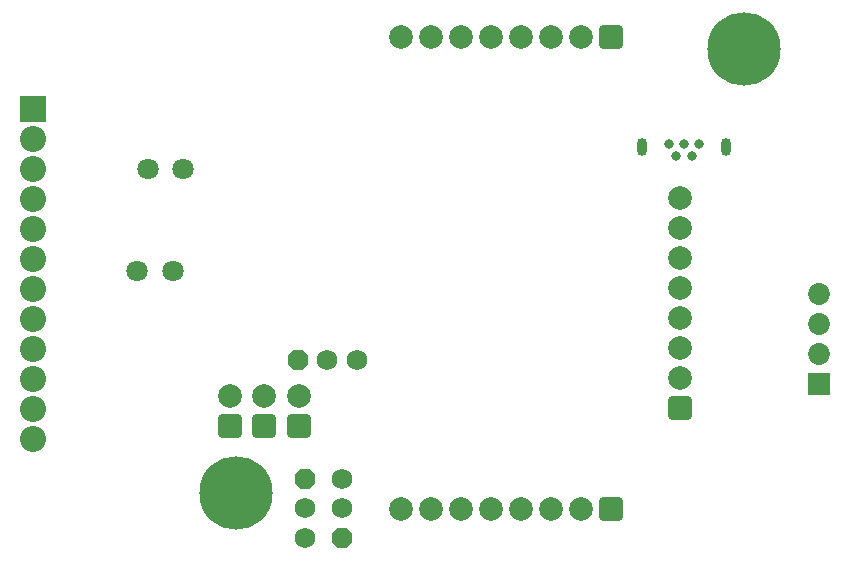
<source format=gbs>
G04*
G04 #@! TF.GenerationSoftware,Altium Limited,Altium Designer,20.0.2 (26)*
G04*
G04 Layer_Color=16711935*
%FSLAX25Y25*%
%MOIN*%
G70*
G01*
G75*
%ADD103C,0.03162*%
%ADD104O,0.03359X0.05918*%
%ADD105C,0.24422*%
%ADD106C,0.08674*%
%ADD107R,0.08674X0.08674*%
%ADD108C,0.07099*%
G04:AMPARAMS|DCode=109|XSize=78.87mil|YSize=78.87mil|CornerRadius=12.86mil|HoleSize=0mil|Usage=FLASHONLY|Rotation=90.000|XOffset=0mil|YOffset=0mil|HoleType=Round|Shape=RoundedRectangle|*
%AMROUNDEDRECTD109*
21,1,0.07887,0.05315,0,0,90.0*
21,1,0.05315,0.07887,0,0,90.0*
1,1,0.02572,0.02657,0.02657*
1,1,0.02572,0.02657,-0.02657*
1,1,0.02572,-0.02657,-0.02657*
1,1,0.02572,-0.02657,0.02657*
%
%ADD109ROUNDEDRECTD109*%
%ADD110C,0.07887*%
%ADD111C,0.06800*%
%ADD114C,0.07296*%
%ADD115R,0.07296X0.07296*%
G04:AMPARAMS|DCode=117|XSize=78.87mil|YSize=78.87mil|CornerRadius=12.86mil|HoleSize=0mil|Usage=FLASHONLY|Rotation=180.000|XOffset=0mil|YOffset=0mil|HoleType=Round|Shape=RoundedRectangle|*
%AMROUNDEDRECTD117*
21,1,0.07887,0.05315,0,0,180.0*
21,1,0.05315,0.07887,0,0,180.0*
1,1,0.02572,-0.02657,0.02657*
1,1,0.02572,0.02657,0.02657*
1,1,0.02572,0.02657,-0.02657*
1,1,0.02572,-0.02657,-0.02657*
%
%ADD117ROUNDEDRECTD117*%
%ADD147P,0.07360X8X112.5*%
%ADD148P,0.07360X8X22.5*%
D103*
X257500Y-55500D02*
D03*
X254941Y-59437D02*
D03*
X252382Y-55500D02*
D03*
X249823Y-59437D02*
D03*
X247264Y-55500D02*
D03*
D104*
X238307Y-56366D02*
D03*
X266457D02*
D03*
D105*
X103000Y-172000D02*
D03*
X272500Y-24000D02*
D03*
D106*
X35500Y-94000D02*
D03*
Y-54000D02*
D03*
Y-64000D02*
D03*
Y-74000D02*
D03*
Y-84000D02*
D03*
Y-104000D02*
D03*
Y-114000D02*
D03*
Y-124000D02*
D03*
Y-134000D02*
D03*
Y-144000D02*
D03*
Y-154000D02*
D03*
D107*
Y-44000D02*
D03*
D108*
X82000Y-98000D02*
D03*
X70189D02*
D03*
X85500Y-64000D02*
D03*
X73689D02*
D03*
D109*
X100969Y-149500D02*
D03*
X124000D02*
D03*
X112469D02*
D03*
X251000Y-143500D02*
D03*
D110*
X100969Y-139500D02*
D03*
X124000D02*
D03*
X112469D02*
D03*
X251000Y-133500D02*
D03*
Y-123500D02*
D03*
Y-113500D02*
D03*
Y-103500D02*
D03*
Y-93500D02*
D03*
Y-73500D02*
D03*
Y-83500D02*
D03*
X218000Y-19685D02*
D03*
X208000D02*
D03*
X198000D02*
D03*
X188000D02*
D03*
X178000D02*
D03*
X158000D02*
D03*
X168000D02*
D03*
X218000Y-177165D02*
D03*
X208000D02*
D03*
X198000D02*
D03*
X188000D02*
D03*
X178000D02*
D03*
X158000D02*
D03*
X168000D02*
D03*
D111*
X138500Y-176850D02*
D03*
Y-167008D02*
D03*
X126000Y-177000D02*
D03*
Y-186843D02*
D03*
X143342Y-127500D02*
D03*
X133500D02*
D03*
D114*
X297406Y-105500D02*
D03*
Y-115500D02*
D03*
Y-125500D02*
D03*
D115*
Y-135500D02*
D03*
D117*
X228000Y-19685D02*
D03*
Y-177165D02*
D03*
D147*
X138500Y-186693D02*
D03*
X126000Y-167157D02*
D03*
D148*
X123658Y-127500D02*
D03*
M02*

</source>
